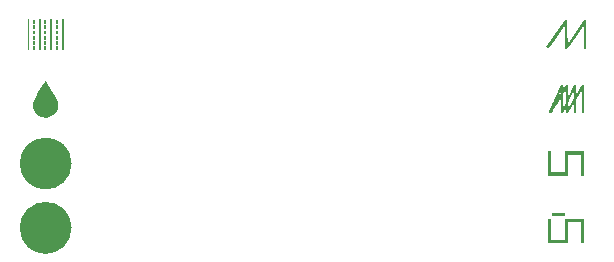
<source format=gbr>
G04 #@! TF.GenerationSoftware,KiCad,Pcbnew,(6.0.1-0)*
G04 #@! TF.CreationDate,2022-04-07T21:36:06+00:00*
G04 #@! TF.ProjectId,frontpanel(1),66726f6e-7470-4616-9e65-6c2831292e6b,rev?*
G04 #@! TF.SameCoordinates,Original*
G04 #@! TF.FileFunction,Soldermask,Bot*
G04 #@! TF.FilePolarity,Negative*
%FSLAX46Y46*%
G04 Gerber Fmt 4.6, Leading zero omitted, Abs format (unit mm)*
G04 Created by KiCad (PCBNEW (6.0.1-0)) date 2022-04-07 21:36:06*
%MOMM*%
%LPD*%
G01*
G04 APERTURE LIST*
%ADD10C,2.200000*%
G04 APERTURE END LIST*
D10*
X115949166Y-45608700D02*
G75*
G03*
X115949166Y-45608700I-1100000J0D01*
G01*
X115949166Y-51058700D02*
G75*
G03*
X115949166Y-51058700I-1100000J0D01*
G01*
G04 #@! TO.C,G\u002A\u002A\u002A*
G36*
X157664233Y-46360117D02*
G01*
X158786067Y-46360117D01*
X158786067Y-44582117D01*
X160458233Y-44582117D01*
X160458233Y-46635283D01*
X160204233Y-46635283D01*
X160204233Y-44857283D01*
X159061233Y-44857283D01*
X159061233Y-46635283D01*
X157410233Y-46635283D01*
X157410233Y-44582117D01*
X157664233Y-44582117D01*
X157664233Y-46360117D01*
G37*
G36*
X159034945Y-34477323D02*
G01*
X159040445Y-35476662D01*
X159724686Y-34478422D01*
X160408928Y-33480182D01*
X160617361Y-33480182D01*
X160617361Y-35872015D01*
X160406109Y-35872015D01*
X160400610Y-34878420D01*
X160395111Y-33884826D01*
X159717778Y-34877241D01*
X159040445Y-35869655D01*
X158818609Y-35872015D01*
X158813110Y-34881471D01*
X158807611Y-33890928D01*
X158140861Y-34863078D01*
X158059182Y-34982181D01*
X157939183Y-35157196D01*
X157827702Y-35319834D01*
X157726941Y-35466875D01*
X157639107Y-35595103D01*
X157566404Y-35701297D01*
X157511035Y-35782239D01*
X157475206Y-35834711D01*
X157461122Y-35855494D01*
X157450868Y-35859802D01*
X157410158Y-35851706D01*
X157349619Y-35825693D01*
X157251106Y-35775627D01*
X158818276Y-33490765D01*
X158923861Y-33484374D01*
X159029446Y-33477985D01*
X159034945Y-34477323D01*
G37*
G36*
X160458233Y-52318117D02*
G01*
X160204698Y-52318117D01*
X160199174Y-51434409D01*
X160193650Y-50550700D01*
X159627442Y-50545063D01*
X159061233Y-50539425D01*
X159061233Y-52318117D01*
X157410233Y-52318117D01*
X157410233Y-50286117D01*
X157663769Y-50286117D01*
X157669293Y-51169825D01*
X157674817Y-52053534D01*
X158796650Y-52053534D01*
X158802167Y-51164534D01*
X158807685Y-50275534D01*
X160458233Y-50275534D01*
X160458233Y-52318117D01*
G37*
G36*
X158807233Y-50053284D02*
G01*
X157706567Y-50053284D01*
X157706567Y-49799284D01*
X158807233Y-49799284D01*
X158807233Y-50053284D01*
G37*
G36*
X115895308Y-34786854D02*
G01*
X115900983Y-34948046D01*
X115906658Y-35109239D01*
X115748770Y-35109239D01*
X115748770Y-34774726D01*
X115895308Y-34786854D01*
G37*
G36*
X115905077Y-34230008D02*
G01*
X115748770Y-34230008D01*
X115748770Y-33917393D01*
X115905077Y-33917393D01*
X115905077Y-34230008D01*
G37*
G36*
X113951231Y-33800162D02*
G01*
X113794924Y-33800162D01*
X113794924Y-33487546D01*
X113951231Y-33487546D01*
X113951231Y-33800162D01*
G37*
G36*
X113951231Y-35109239D02*
G01*
X113793343Y-35109239D01*
X113799018Y-34948046D01*
X113804693Y-34786854D01*
X113951231Y-34774726D01*
X113951231Y-35109239D01*
G37*
G36*
X114889077Y-35968931D02*
G01*
X114732770Y-35968931D01*
X114732770Y-35656316D01*
X114889077Y-35656316D01*
X114889077Y-35968931D01*
G37*
G36*
X114889077Y-34230008D02*
G01*
X114732770Y-34230008D01*
X114732770Y-33917393D01*
X114889077Y-33917393D01*
X114889077Y-34230008D01*
G37*
G36*
X115905077Y-35539085D02*
G01*
X115748770Y-35539085D01*
X115748770Y-35226469D01*
X115905077Y-35226469D01*
X115905077Y-35539085D01*
G37*
G36*
X113951231Y-35539085D02*
G01*
X113794924Y-35539085D01*
X113794924Y-35226469D01*
X113951231Y-35226469D01*
X113951231Y-35539085D01*
G37*
G36*
X114420154Y-36008008D02*
G01*
X114263847Y-36008008D01*
X114263847Y-33409393D01*
X114420154Y-33409393D01*
X114420154Y-36008008D01*
G37*
G36*
X114889077Y-33800162D02*
G01*
X114732770Y-33800162D01*
X114732770Y-33487546D01*
X114889077Y-33487546D01*
X114889077Y-33800162D01*
G37*
G36*
X113482308Y-36008008D02*
G01*
X113326000Y-36008008D01*
X113326000Y-33409393D01*
X113482308Y-33409393D01*
X113482308Y-36008008D01*
G37*
G36*
X115905077Y-33800162D02*
G01*
X115748770Y-33800162D01*
X115748770Y-33487546D01*
X115905077Y-33487546D01*
X115905077Y-33800162D01*
G37*
G36*
X115905077Y-34679393D02*
G01*
X115748770Y-34679393D01*
X115748770Y-34347239D01*
X115905077Y-34347239D01*
X115905077Y-34679393D01*
G37*
G36*
X114889077Y-35109239D02*
G01*
X114731189Y-35109239D01*
X114736864Y-34948046D01*
X114742539Y-34786854D01*
X114889077Y-34774726D01*
X114889077Y-35109239D01*
G37*
G36*
X116374000Y-36008008D02*
G01*
X116217693Y-36008008D01*
X116217693Y-33409393D01*
X116374000Y-33409393D01*
X116374000Y-36008008D01*
G37*
G36*
X113951231Y-34230008D02*
G01*
X113794924Y-34230008D01*
X113794924Y-33917393D01*
X113951231Y-33917393D01*
X113951231Y-34230008D01*
G37*
G36*
X114889077Y-35539085D02*
G01*
X114732770Y-35539085D01*
X114732770Y-35226469D01*
X114889077Y-35226469D01*
X114889077Y-35539085D01*
G37*
G36*
X115358000Y-36008008D02*
G01*
X115201693Y-36008008D01*
X115201693Y-33409393D01*
X115358000Y-33409393D01*
X115358000Y-36008008D01*
G37*
G36*
X114889077Y-34681751D02*
G01*
X114742539Y-34669623D01*
X114731189Y-34347239D01*
X114889077Y-34347239D01*
X114889077Y-34681751D01*
G37*
G36*
X113951231Y-34679393D02*
G01*
X113794924Y-34679393D01*
X113794924Y-34347239D01*
X113951231Y-34347239D01*
X113951231Y-34679393D01*
G37*
G36*
X115905077Y-35968931D02*
G01*
X115748770Y-35968931D01*
X115748770Y-35656316D01*
X115905077Y-35656316D01*
X115905077Y-35968931D01*
G37*
G36*
X113951231Y-35968931D02*
G01*
X113794924Y-35968931D01*
X113794924Y-35656316D01*
X113951231Y-35656316D01*
X113951231Y-35968931D01*
G37*
G36*
X159733275Y-41366478D02*
G01*
X159585108Y-41366478D01*
X159584865Y-40927269D01*
X159584622Y-40488061D01*
X159325574Y-40926130D01*
X159066525Y-41364200D01*
X158977238Y-41365339D01*
X158887952Y-41366478D01*
X158881988Y-41117769D01*
X158876025Y-40869061D01*
X158755560Y-41117769D01*
X158741760Y-41146248D01*
X158696271Y-41238912D01*
X158663236Y-41301074D01*
X158637862Y-41338822D01*
X158615355Y-41358246D01*
X158590921Y-41365434D01*
X158559768Y-41366478D01*
X158484441Y-41366478D01*
X158484291Y-40683853D01*
X158484140Y-40001228D01*
X158205128Y-40466894D01*
X158090987Y-40657394D01*
X158004377Y-40801984D01*
X157919627Y-40943547D01*
X157843847Y-41070208D01*
X157779596Y-41177687D01*
X157729433Y-41261701D01*
X157695919Y-41317970D01*
X157681611Y-41342212D01*
X157676249Y-41350598D01*
X157656035Y-41359955D01*
X157619186Y-41342212D01*
X157615267Y-41339816D01*
X157578277Y-41324936D01*
X157557014Y-41339195D01*
X157551588Y-41345772D01*
X157525400Y-41348765D01*
X157478285Y-41323659D01*
X157470853Y-41318658D01*
X157431545Y-41287016D01*
X157415525Y-41264601D01*
X157423850Y-41243718D01*
X157448676Y-41187761D01*
X157488445Y-41100182D01*
X157541596Y-40984365D01*
X157606565Y-40843691D01*
X157681791Y-40681544D01*
X157765711Y-40501308D01*
X157781784Y-40466894D01*
X157955275Y-40466894D01*
X157965858Y-40477478D01*
X157976441Y-40466894D01*
X157965858Y-40456311D01*
X157955275Y-40466894D01*
X157781784Y-40466894D01*
X157796613Y-40435144D01*
X157985613Y-40435144D01*
X157989488Y-40430268D01*
X158011757Y-40395916D01*
X158050901Y-40333001D01*
X158103775Y-40246645D01*
X158167233Y-40141967D01*
X158238130Y-40024087D01*
X158242411Y-40016942D01*
X158320834Y-39885671D01*
X158380158Y-39784606D01*
X158396359Y-39755645D01*
X158631955Y-39755645D01*
X158637573Y-40360708D01*
X158643191Y-40965770D01*
X158873515Y-40472273D01*
X159054553Y-40472273D01*
X159060539Y-40718552D01*
X159066525Y-40964832D01*
X159325816Y-40532498D01*
X159585108Y-40100165D01*
X159584640Y-39345061D01*
X159319596Y-39908667D01*
X159054553Y-40472273D01*
X158873515Y-40472273D01*
X158876025Y-40466894D01*
X158882437Y-40064728D01*
X158883953Y-39947937D01*
X158884930Y-39809913D01*
X158885003Y-39683052D01*
X158884172Y-39577740D01*
X158882437Y-39504365D01*
X158876025Y-39346168D01*
X158790515Y-39489629D01*
X158753990Y-39550907D01*
X158631955Y-39755645D01*
X158396359Y-39755645D01*
X158423022Y-39707980D01*
X158452068Y-39650028D01*
X158469935Y-39604983D01*
X158479265Y-39567079D01*
X158482697Y-39530550D01*
X158482873Y-39489629D01*
X158481305Y-39366228D01*
X158421819Y-39493228D01*
X158418340Y-39500651D01*
X158388309Y-39564684D01*
X158344732Y-39657527D01*
X158291424Y-39771057D01*
X158232199Y-39897151D01*
X158170871Y-40027686D01*
X158149863Y-40072474D01*
X158095935Y-40188234D01*
X158050023Y-40287932D01*
X158014649Y-40366016D01*
X157992338Y-40416937D01*
X157985613Y-40435144D01*
X157796613Y-40435144D01*
X157856762Y-40306364D01*
X157953382Y-40100095D01*
X158491240Y-38953478D01*
X158631020Y-38953478D01*
X158637106Y-39149269D01*
X158643191Y-39345061D01*
X158758691Y-39149269D01*
X158874190Y-38953478D01*
X159055239Y-38953478D01*
X159060882Y-39507054D01*
X159062676Y-39683052D01*
X159066525Y-40060631D01*
X159578571Y-38964061D01*
X159655923Y-38957491D01*
X159733275Y-38950923D01*
X159733553Y-39401991D01*
X159733831Y-39853061D01*
X160000297Y-39403269D01*
X160266763Y-38953478D01*
X160452941Y-38953478D01*
X160452941Y-41366478D01*
X160262856Y-41366478D01*
X160251858Y-39368636D01*
X159992566Y-39806097D01*
X159818266Y-40100165D01*
X159733275Y-40243557D01*
X159733275Y-41366478D01*
G37*
G36*
X114854317Y-38602751D02*
G01*
X114883715Y-38639322D01*
X114933712Y-38709914D01*
X115000092Y-38807962D01*
X115078643Y-38926901D01*
X115165151Y-39060165D01*
X115255402Y-39201189D01*
X115345184Y-39343407D01*
X115430281Y-39480254D01*
X115506481Y-39605165D01*
X115569570Y-39711573D01*
X115615334Y-39792915D01*
X115683062Y-39925662D01*
X115761892Y-40097525D01*
X115829463Y-40264277D01*
X115882179Y-40416233D01*
X115916445Y-40543707D01*
X115928666Y-40637012D01*
X115924530Y-40730881D01*
X115881104Y-40951895D01*
X115794116Y-41156134D01*
X115668197Y-41337706D01*
X115507978Y-41490716D01*
X115318090Y-41609270D01*
X115103166Y-41687474D01*
X115099191Y-41688453D01*
X114877255Y-41718285D01*
X114661381Y-41701613D01*
X114456923Y-41642654D01*
X114269233Y-41545624D01*
X114103664Y-41414741D01*
X113965570Y-41254221D01*
X113860303Y-41068282D01*
X113793218Y-40861140D01*
X113769666Y-40637012D01*
X113777341Y-40566630D01*
X113807242Y-40445580D01*
X113856354Y-40297997D01*
X113921081Y-40133568D01*
X113997827Y-39961978D01*
X114082999Y-39792915D01*
X114099580Y-39762690D01*
X114153030Y-39670170D01*
X114222060Y-39555303D01*
X114302456Y-39424652D01*
X114390005Y-39284784D01*
X114480492Y-39142264D01*
X114569704Y-39003658D01*
X114653428Y-38875530D01*
X114727450Y-38764446D01*
X114787556Y-38676972D01*
X114829533Y-38619673D01*
X114849166Y-38599115D01*
X114854317Y-38602751D01*
G37*
G04 #@! TD*
M02*

</source>
